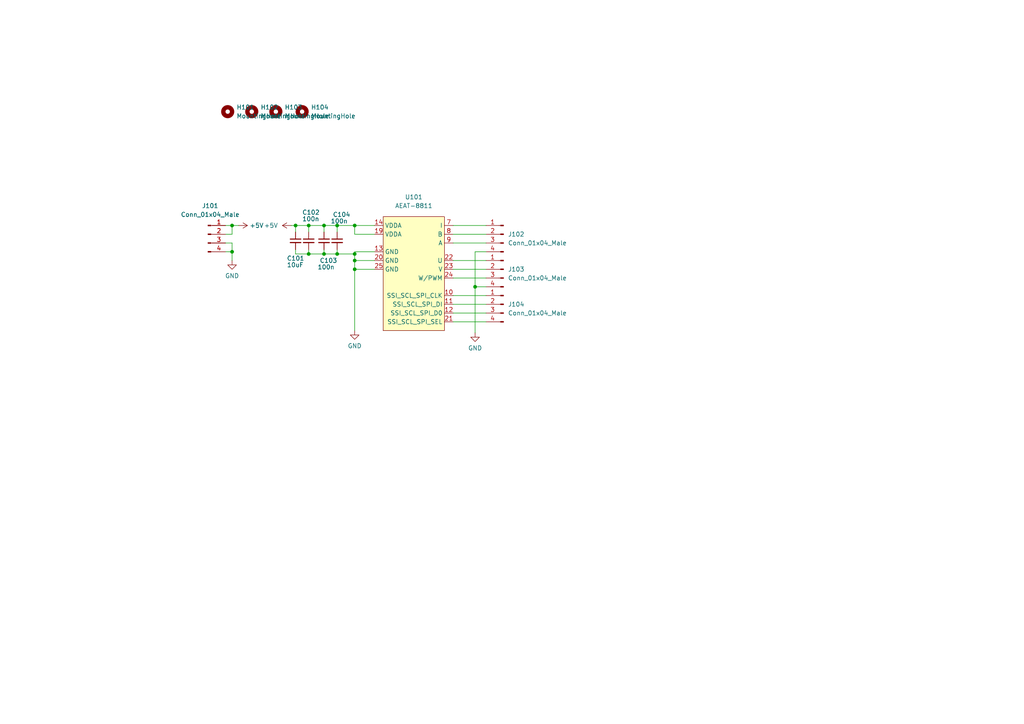
<source format=kicad_sch>
(kicad_sch (version 20211123) (generator eeschema)

  (uuid 3c338240-42eb-477b-b377-b25dd8dddf25)

  (paper "A4")

  (lib_symbols
    (symbol "Connector:Conn_01x04_Male" (pin_names (offset 1.016) hide) (in_bom yes) (on_board yes)
      (property "Reference" "J" (id 0) (at 0 5.08 0)
        (effects (font (size 1.27 1.27)))
      )
      (property "Value" "Conn_01x04_Male" (id 1) (at 0 -7.62 0)
        (effects (font (size 1.27 1.27)))
      )
      (property "Footprint" "" (id 2) (at 0 0 0)
        (effects (font (size 1.27 1.27)) hide)
      )
      (property "Datasheet" "~" (id 3) (at 0 0 0)
        (effects (font (size 1.27 1.27)) hide)
      )
      (property "ki_keywords" "connector" (id 4) (at 0 0 0)
        (effects (font (size 1.27 1.27)) hide)
      )
      (property "ki_description" "Generic connector, single row, 01x04, script generated (kicad-library-utils/schlib/autogen/connector/)" (id 5) (at 0 0 0)
        (effects (font (size 1.27 1.27)) hide)
      )
      (property "ki_fp_filters" "Connector*:*_1x??_*" (id 6) (at 0 0 0)
        (effects (font (size 1.27 1.27)) hide)
      )
      (symbol "Conn_01x04_Male_1_1"
        (polyline
          (pts
            (xy 1.27 -5.08)
            (xy 0.8636 -5.08)
          )
          (stroke (width 0.1524) (type default) (color 0 0 0 0))
          (fill (type none))
        )
        (polyline
          (pts
            (xy 1.27 -2.54)
            (xy 0.8636 -2.54)
          )
          (stroke (width 0.1524) (type default) (color 0 0 0 0))
          (fill (type none))
        )
        (polyline
          (pts
            (xy 1.27 0)
            (xy 0.8636 0)
          )
          (stroke (width 0.1524) (type default) (color 0 0 0 0))
          (fill (type none))
        )
        (polyline
          (pts
            (xy 1.27 2.54)
            (xy 0.8636 2.54)
          )
          (stroke (width 0.1524) (type default) (color 0 0 0 0))
          (fill (type none))
        )
        (rectangle (start 0.8636 -4.953) (end 0 -5.207)
          (stroke (width 0.1524) (type default) (color 0 0 0 0))
          (fill (type outline))
        )
        (rectangle (start 0.8636 -2.413) (end 0 -2.667)
          (stroke (width 0.1524) (type default) (color 0 0 0 0))
          (fill (type outline))
        )
        (rectangle (start 0.8636 0.127) (end 0 -0.127)
          (stroke (width 0.1524) (type default) (color 0 0 0 0))
          (fill (type outline))
        )
        (rectangle (start 0.8636 2.667) (end 0 2.413)
          (stroke (width 0.1524) (type default) (color 0 0 0 0))
          (fill (type outline))
        )
        (pin passive line (at 5.08 2.54 180) (length 3.81)
          (name "Pin_1" (effects (font (size 1.27 1.27))))
          (number "1" (effects (font (size 1.27 1.27))))
        )
        (pin passive line (at 5.08 0 180) (length 3.81)
          (name "Pin_2" (effects (font (size 1.27 1.27))))
          (number "2" (effects (font (size 1.27 1.27))))
        )
        (pin passive line (at 5.08 -2.54 180) (length 3.81)
          (name "Pin_3" (effects (font (size 1.27 1.27))))
          (number "3" (effects (font (size 1.27 1.27))))
        )
        (pin passive line (at 5.08 -5.08 180) (length 3.81)
          (name "Pin_4" (effects (font (size 1.27 1.27))))
          (number "4" (effects (font (size 1.27 1.27))))
        )
      )
    )
    (symbol "Device:C_Small" (pin_numbers hide) (pin_names (offset 0.254) hide) (in_bom yes) (on_board yes)
      (property "Reference" "C" (id 0) (at 0.254 1.778 0)
        (effects (font (size 1.27 1.27)) (justify left))
      )
      (property "Value" "C_Small" (id 1) (at 0.254 -2.032 0)
        (effects (font (size 1.27 1.27)) (justify left))
      )
      (property "Footprint" "" (id 2) (at 0 0 0)
        (effects (font (size 1.27 1.27)) hide)
      )
      (property "Datasheet" "~" (id 3) (at 0 0 0)
        (effects (font (size 1.27 1.27)) hide)
      )
      (property "ki_keywords" "capacitor cap" (id 4) (at 0 0 0)
        (effects (font (size 1.27 1.27)) hide)
      )
      (property "ki_description" "Unpolarized capacitor, small symbol" (id 5) (at 0 0 0)
        (effects (font (size 1.27 1.27)) hide)
      )
      (property "ki_fp_filters" "C_*" (id 6) (at 0 0 0)
        (effects (font (size 1.27 1.27)) hide)
      )
      (symbol "C_Small_0_1"
        (polyline
          (pts
            (xy -1.524 -0.508)
            (xy 1.524 -0.508)
          )
          (stroke (width 0.3302) (type default) (color 0 0 0 0))
          (fill (type none))
        )
        (polyline
          (pts
            (xy -1.524 0.508)
            (xy 1.524 0.508)
          )
          (stroke (width 0.3048) (type default) (color 0 0 0 0))
          (fill (type none))
        )
      )
      (symbol "C_Small_1_1"
        (pin passive line (at 0 2.54 270) (length 2.032)
          (name "~" (effects (font (size 1.27 1.27))))
          (number "1" (effects (font (size 1.27 1.27))))
        )
        (pin passive line (at 0 -2.54 90) (length 2.032)
          (name "~" (effects (font (size 1.27 1.27))))
          (number "2" (effects (font (size 1.27 1.27))))
        )
      )
    )
    (symbol "Galkin:AEAT-8811" (in_bom yes) (on_board yes)
      (property "Reference" "U" (id 0) (at 0 6.35 0)
        (effects (font (size 1.27 1.27)))
      )
      (property "Value" "AEAT-8811" (id 1) (at 1.27 3.81 0)
        (effects (font (size 1.27 1.27)))
      )
      (property "Footprint" "" (id 2) (at 20.32 -2.54 0)
        (effects (font (size 1.27 1.27)) hide)
      )
      (property "Datasheet" "" (id 3) (at 20.32 -2.54 0)
        (effects (font (size 1.27 1.27)) hide)
      )
      (symbol "AEAT-8811_0_0"
        (pin unspecified line (at 20.32 -22.86 180) (length 2.54)
          (name "SSI_SCL_SPI_CLK" (effects (font (size 1.27 1.27))))
          (number "10" (effects (font (size 1.27 1.27))))
        )
        (pin unspecified line (at 20.32 -25.4 180) (length 2.54)
          (name "SSI_SCL_SPI_DI" (effects (font (size 1.27 1.27))))
          (number "11" (effects (font (size 1.27 1.27))))
        )
        (pin unspecified line (at 20.32 -27.94 180) (length 2.54)
          (name "SSI_SCL_SPI_D0" (effects (font (size 1.27 1.27))))
          (number "12" (effects (font (size 1.27 1.27))))
        )
        (pin unspecified line (at -2.54 -10.16 0) (length 2.54)
          (name "GND" (effects (font (size 1.27 1.27))))
          (number "13" (effects (font (size 1.27 1.27))))
        )
        (pin unspecified line (at -2.54 -2.54 0) (length 2.54)
          (name "VDDA" (effects (font (size 1.27 1.27))))
          (number "14" (effects (font (size 1.27 1.27))))
        )
        (pin unspecified line (at -2.54 -5.08 0) (length 2.54)
          (name "VDDA" (effects (font (size 1.27 1.27))))
          (number "19" (effects (font (size 1.27 1.27))))
        )
        (pin unspecified line (at -2.54 -12.7 0) (length 2.54)
          (name "GND" (effects (font (size 1.27 1.27))))
          (number "20" (effects (font (size 1.27 1.27))))
        )
        (pin unspecified line (at 20.32 -30.48 180) (length 2.54)
          (name "SSI_SCL_SPI_SEL" (effects (font (size 1.27 1.27))))
          (number "21" (effects (font (size 1.27 1.27))))
        )
        (pin unspecified line (at 20.32 -12.7 180) (length 2.54)
          (name "U" (effects (font (size 1.27 1.27))))
          (number "22" (effects (font (size 1.27 1.27))))
        )
        (pin unspecified line (at 20.32 -15.24 180) (length 2.54)
          (name "V" (effects (font (size 1.27 1.27))))
          (number "23" (effects (font (size 1.27 1.27))))
        )
        (pin unspecified line (at 20.32 -17.78 180) (length 2.54)
          (name "W/PWM" (effects (font (size 1.27 1.27))))
          (number "24" (effects (font (size 1.27 1.27))))
        )
        (pin unspecified line (at -2.54 -15.24 0) (length 2.54)
          (name "GND" (effects (font (size 1.27 1.27))))
          (number "25" (effects (font (size 1.27 1.27))))
        )
        (pin unspecified line (at 20.32 -2.54 180) (length 2.54)
          (name "I" (effects (font (size 1.27 1.27))))
          (number "7" (effects (font (size 1.27 1.27))))
        )
        (pin unspecified line (at 20.32 -5.08 180) (length 2.54)
          (name "B" (effects (font (size 1.27 1.27))))
          (number "8" (effects (font (size 1.27 1.27))))
        )
        (pin unspecified line (at 20.32 -7.62 180) (length 2.54)
          (name "A" (effects (font (size 1.27 1.27))))
          (number "9" (effects (font (size 1.27 1.27))))
        )
      )
      (symbol "AEAT-8811_0_1"
        (rectangle (start 0 0) (end 17.78 -33.02)
          (stroke (width 0) (type default) (color 0 0 0 0))
          (fill (type background))
        )
      )
    )
    (symbol "Mechanical:MountingHole" (pin_names (offset 1.016)) (in_bom yes) (on_board yes)
      (property "Reference" "H" (id 0) (at 0 5.08 0)
        (effects (font (size 1.27 1.27)))
      )
      (property "Value" "MountingHole" (id 1) (at 0 3.175 0)
        (effects (font (size 1.27 1.27)))
      )
      (property "Footprint" "" (id 2) (at 0 0 0)
        (effects (font (size 1.27 1.27)) hide)
      )
      (property "Datasheet" "~" (id 3) (at 0 0 0)
        (effects (font (size 1.27 1.27)) hide)
      )
      (property "ki_keywords" "mounting hole" (id 4) (at 0 0 0)
        (effects (font (size 1.27 1.27)) hide)
      )
      (property "ki_description" "Mounting Hole without connection" (id 5) (at 0 0 0)
        (effects (font (size 1.27 1.27)) hide)
      )
      (property "ki_fp_filters" "MountingHole*" (id 6) (at 0 0 0)
        (effects (font (size 1.27 1.27)) hide)
      )
      (symbol "MountingHole_0_1"
        (circle (center 0 0) (radius 1.27)
          (stroke (width 1.27) (type default) (color 0 0 0 0))
          (fill (type none))
        )
      )
    )
    (symbol "power:+5V" (power) (pin_names (offset 0)) (in_bom yes) (on_board yes)
      (property "Reference" "#PWR" (id 0) (at 0 -3.81 0)
        (effects (font (size 1.27 1.27)) hide)
      )
      (property "Value" "+5V" (id 1) (at 0 3.556 0)
        (effects (font (size 1.27 1.27)))
      )
      (property "Footprint" "" (id 2) (at 0 0 0)
        (effects (font (size 1.27 1.27)) hide)
      )
      (property "Datasheet" "" (id 3) (at 0 0 0)
        (effects (font (size 1.27 1.27)) hide)
      )
      (property "ki_keywords" "power-flag" (id 4) (at 0 0 0)
        (effects (font (size 1.27 1.27)) hide)
      )
      (property "ki_description" "Power symbol creates a global label with name \"+5V\"" (id 5) (at 0 0 0)
        (effects (font (size 1.27 1.27)) hide)
      )
      (symbol "+5V_0_1"
        (polyline
          (pts
            (xy -0.762 1.27)
            (xy 0 2.54)
          )
          (stroke (width 0) (type default) (color 0 0 0 0))
          (fill (type none))
        )
        (polyline
          (pts
            (xy 0 0)
            (xy 0 2.54)
          )
          (stroke (width 0) (type default) (color 0 0 0 0))
          (fill (type none))
        )
        (polyline
          (pts
            (xy 0 2.54)
            (xy 0.762 1.27)
          )
          (stroke (width 0) (type default) (color 0 0 0 0))
          (fill (type none))
        )
      )
      (symbol "+5V_1_1"
        (pin power_in line (at 0 0 90) (length 0) hide
          (name "+5V" (effects (font (size 1.27 1.27))))
          (number "1" (effects (font (size 1.27 1.27))))
        )
      )
    )
    (symbol "power:GND" (power) (pin_names (offset 0)) (in_bom yes) (on_board yes)
      (property "Reference" "#PWR" (id 0) (at 0 -6.35 0)
        (effects (font (size 1.27 1.27)) hide)
      )
      (property "Value" "GND" (id 1) (at 0 -3.81 0)
        (effects (font (size 1.27 1.27)))
      )
      (property "Footprint" "" (id 2) (at 0 0 0)
        (effects (font (size 1.27 1.27)) hide)
      )
      (property "Datasheet" "" (id 3) (at 0 0 0)
        (effects (font (size 1.27 1.27)) hide)
      )
      (property "ki_keywords" "power-flag" (id 4) (at 0 0 0)
        (effects (font (size 1.27 1.27)) hide)
      )
      (property "ki_description" "Power symbol creates a global label with name \"GND\" , ground" (id 5) (at 0 0 0)
        (effects (font (size 1.27 1.27)) hide)
      )
      (symbol "GND_0_1"
        (polyline
          (pts
            (xy 0 0)
            (xy 0 -1.27)
            (xy 1.27 -1.27)
            (xy 0 -2.54)
            (xy -1.27 -1.27)
            (xy 0 -1.27)
          )
          (stroke (width 0) (type default) (color 0 0 0 0))
          (fill (type none))
        )
      )
      (symbol "GND_1_1"
        (pin power_in line (at 0 0 270) (length 0) hide
          (name "GND" (effects (font (size 1.27 1.27))))
          (number "1" (effects (font (size 1.27 1.27))))
        )
      )
    )
  )

  (junction (at 97.79 65.405) (diameter 0) (color 0 0 0 0)
    (uuid 03c7d846-cd64-4474-ba04-2100e4b19ff0)
  )
  (junction (at 137.795 83.185) (diameter 0) (color 0 0 0 0)
    (uuid 136bb65a-f29c-49b7-8883-d94b19f5af47)
  )
  (junction (at 102.87 65.405) (diameter 0) (color 0 0 0 0)
    (uuid 2d5dc0a5-05ab-4ee3-998c-149db7f4a591)
  )
  (junction (at 89.535 65.405) (diameter 0) (color 0 0 0 0)
    (uuid 45069d55-524a-4a1c-901e-1ed240fde6b5)
  )
  (junction (at 67.31 73.025) (diameter 0) (color 0 0 0 0)
    (uuid 5b840d5c-d593-403e-addb-4df6c0461342)
  )
  (junction (at 102.87 78.105) (diameter 0) (color 0 0 0 0)
    (uuid 6a9c76a2-07cb-4f28-b55e-dbcbb4a2f478)
  )
  (junction (at 97.79 73.66) (diameter 0) (color 0 0 0 0)
    (uuid 75770721-7012-4b25-a1be-9449c6de0c9d)
  )
  (junction (at 85.725 65.405) (diameter 0) (color 0 0 0 0)
    (uuid 8b4ef270-2834-4463-ad63-9a91b098dedf)
  )
  (junction (at 93.98 73.66) (diameter 0) (color 0 0 0 0)
    (uuid 9c60441f-e1ec-4b6a-97a0-dbbe7d3559a8)
  )
  (junction (at 67.31 65.405) (diameter 0) (color 0 0 0 0)
    (uuid e0cecfda-f7c0-45f5-bd0d-386e635fd8b5)
  )
  (junction (at 93.98 65.405) (diameter 0) (color 0 0 0 0)
    (uuid ef52a9b1-6c37-43f9-853c-d76c4460713f)
  )
  (junction (at 102.87 75.565) (diameter 0) (color 0 0 0 0)
    (uuid f5b91f66-54d8-4def-85ee-b71385381d9f)
  )
  (junction (at 89.535 73.66) (diameter 0) (color 0 0 0 0)
    (uuid f6bc561e-2646-4cac-8b5f-96de2ea4fe84)
  )
  (junction (at 102.87 73.66) (diameter 0) (color 0 0 0 0)
    (uuid fb119ea7-56bf-42c4-8078-626a329d1ad5)
  )

  (wire (pts (xy 67.31 65.405) (xy 67.31 67.945))
    (stroke (width 0) (type default) (color 0 0 0 0))
    (uuid 0c9a34f9-9ea6-4739-8090-5ffb46df6ea2)
  )
  (wire (pts (xy 131.445 67.945) (xy 140.97 67.945))
    (stroke (width 0) (type default) (color 0 0 0 0))
    (uuid 11222e55-c072-4df4-ad55-9845c1908f78)
  )
  (wire (pts (xy 102.87 78.105) (xy 108.585 78.105))
    (stroke (width 0) (type default) (color 0 0 0 0))
    (uuid 1c4230e1-4222-460c-b1af-a47db48a21ff)
  )
  (wire (pts (xy 102.87 67.945) (xy 102.87 65.405))
    (stroke (width 0) (type default) (color 0 0 0 0))
    (uuid 377a3907-55a4-446a-a841-9c15ab257302)
  )
  (wire (pts (xy 131.445 85.725) (xy 140.97 85.725))
    (stroke (width 0) (type default) (color 0 0 0 0))
    (uuid 3cfdb731-e2fe-42fd-ad6d-eef4d3eeb8f5)
  )
  (wire (pts (xy 102.87 73.66) (xy 102.87 75.565))
    (stroke (width 0) (type default) (color 0 0 0 0))
    (uuid 407491c9-0ef7-4e38-a418-50fdb4f4272f)
  )
  (wire (pts (xy 131.445 70.485) (xy 140.97 70.485))
    (stroke (width 0) (type default) (color 0 0 0 0))
    (uuid 40eaa5b2-50a8-4f62-a917-2a7699f0ce1f)
  )
  (wire (pts (xy 108.585 67.945) (xy 102.87 67.945))
    (stroke (width 0) (type default) (color 0 0 0 0))
    (uuid 433821d3-5161-4d88-82a8-9185385ad089)
  )
  (wire (pts (xy 97.79 72.39) (xy 97.79 73.66))
    (stroke (width 0) (type default) (color 0 0 0 0))
    (uuid 4aaca796-f24a-4050-bea5-b7a791d3037a)
  )
  (wire (pts (xy 89.535 65.405) (xy 93.98 65.405))
    (stroke (width 0) (type default) (color 0 0 0 0))
    (uuid 4e8b2ca9-36de-4be8-8f14-5d9d99ae3c45)
  )
  (wire (pts (xy 102.87 75.565) (xy 108.585 75.565))
    (stroke (width 0) (type default) (color 0 0 0 0))
    (uuid 51bc2fc5-10a5-4017-80b5-78800c92e8fe)
  )
  (wire (pts (xy 89.535 65.405) (xy 89.535 67.31))
    (stroke (width 0) (type default) (color 0 0 0 0))
    (uuid 58a5e6e7-7b60-42dc-9c33-41509475a420)
  )
  (wire (pts (xy 102.87 73.025) (xy 102.87 73.66))
    (stroke (width 0) (type default) (color 0 0 0 0))
    (uuid 5c845dba-694b-47ef-a0e9-4cf899cdb982)
  )
  (wire (pts (xy 102.87 75.565) (xy 102.87 78.105))
    (stroke (width 0) (type default) (color 0 0 0 0))
    (uuid 65727c50-e29d-4a9d-a9b5-69145b853c40)
  )
  (wire (pts (xy 85.725 65.405) (xy 89.535 65.405))
    (stroke (width 0) (type default) (color 0 0 0 0))
    (uuid 65bc6aa3-5959-42d1-b5dd-3e4c7694c188)
  )
  (wire (pts (xy 131.445 90.805) (xy 140.97 90.805))
    (stroke (width 0) (type default) (color 0 0 0 0))
    (uuid 661512e2-bd60-4f83-ab0c-41276edc68e7)
  )
  (wire (pts (xy 67.31 73.025) (xy 67.31 75.565))
    (stroke (width 0) (type default) (color 0 0 0 0))
    (uuid 6b9bf4f3-0552-4363-b264-8f0e11b6cb74)
  )
  (wire (pts (xy 131.445 80.645) (xy 140.97 80.645))
    (stroke (width 0) (type default) (color 0 0 0 0))
    (uuid 6d1b09fe-52aa-4c0b-bb73-c149d52adec6)
  )
  (wire (pts (xy 97.79 65.405) (xy 97.79 67.31))
    (stroke (width 0) (type default) (color 0 0 0 0))
    (uuid 6f6c196f-f008-459d-b1ac-5e05c3e8149f)
  )
  (wire (pts (xy 108.585 73.025) (xy 102.87 73.025))
    (stroke (width 0) (type default) (color 0 0 0 0))
    (uuid 71f709a5-658f-4796-8992-c93613e90966)
  )
  (wire (pts (xy 89.535 73.66) (xy 93.98 73.66))
    (stroke (width 0) (type default) (color 0 0 0 0))
    (uuid 75883b51-cea2-4593-83c8-de1627beec0d)
  )
  (wire (pts (xy 67.31 67.945) (xy 65.405 67.945))
    (stroke (width 0) (type default) (color 0 0 0 0))
    (uuid 7b732c97-79b3-478a-9ebf-bbb73a8dd1b3)
  )
  (wire (pts (xy 131.445 65.405) (xy 140.97 65.405))
    (stroke (width 0) (type default) (color 0 0 0 0))
    (uuid 7b873ba7-c642-4822-80e2-650e678df4ab)
  )
  (wire (pts (xy 137.795 73.025) (xy 137.795 83.185))
    (stroke (width 0) (type default) (color 0 0 0 0))
    (uuid 7bf8dd50-0bad-4587-ab5b-6d0c79b7a8a7)
  )
  (wire (pts (xy 102.87 78.105) (xy 102.87 95.885))
    (stroke (width 0) (type default) (color 0 0 0 0))
    (uuid 7c3463a6-aaf0-4dc4-87c4-a53d264ba0c3)
  )
  (wire (pts (xy 97.79 73.66) (xy 102.87 73.66))
    (stroke (width 0) (type default) (color 0 0 0 0))
    (uuid 7de007dc-a78a-485f-9875-389415374066)
  )
  (wire (pts (xy 131.445 75.565) (xy 140.97 75.565))
    (stroke (width 0) (type default) (color 0 0 0 0))
    (uuid 80a183e5-8f7f-4c04-a754-b31e184109d7)
  )
  (wire (pts (xy 85.725 73.66) (xy 85.725 72.39))
    (stroke (width 0) (type default) (color 0 0 0 0))
    (uuid 87cc3f8f-e154-4dd7-a83f-2c1a399232f7)
  )
  (wire (pts (xy 131.445 93.345) (xy 140.97 93.345))
    (stroke (width 0) (type default) (color 0 0 0 0))
    (uuid 8a4827bd-fac9-430b-8e9c-749e90a49f60)
  )
  (wire (pts (xy 93.98 72.39) (xy 93.98 73.66))
    (stroke (width 0) (type default) (color 0 0 0 0))
    (uuid 8c922e4b-dce3-448a-8c3a-13df3404fbb6)
  )
  (wire (pts (xy 131.445 78.105) (xy 140.97 78.105))
    (stroke (width 0) (type default) (color 0 0 0 0))
    (uuid 952ff1af-3cf2-4bcc-a38f-f183a9529e77)
  )
  (wire (pts (xy 65.405 70.485) (xy 67.31 70.485))
    (stroke (width 0) (type default) (color 0 0 0 0))
    (uuid 97c4d7aa-648c-468c-8cdc-cbc38f894f14)
  )
  (wire (pts (xy 89.535 73.66) (xy 85.725 73.66))
    (stroke (width 0) (type default) (color 0 0 0 0))
    (uuid 988c5338-95ce-49b2-99cc-49d78a807871)
  )
  (wire (pts (xy 67.31 70.485) (xy 67.31 73.025))
    (stroke (width 0) (type default) (color 0 0 0 0))
    (uuid a668ffc4-5bcb-43a4-adc3-cb2c95ea12d6)
  )
  (wire (pts (xy 137.795 83.185) (xy 140.97 83.185))
    (stroke (width 0) (type default) (color 0 0 0 0))
    (uuid b21000b5-020f-478e-b6b0-73e06ac405be)
  )
  (wire (pts (xy 67.31 65.405) (xy 69.215 65.405))
    (stroke (width 0) (type default) (color 0 0 0 0))
    (uuid b2a1ded6-2395-4acc-9881-783d40e3fa8b)
  )
  (wire (pts (xy 65.405 65.405) (xy 67.31 65.405))
    (stroke (width 0) (type default) (color 0 0 0 0))
    (uuid b5cc38a5-0eea-4b03-90e6-16cf4568aba0)
  )
  (wire (pts (xy 137.795 83.185) (xy 137.795 96.52))
    (stroke (width 0) (type default) (color 0 0 0 0))
    (uuid bab21648-dab4-4c90-aa11-868eb58214d7)
  )
  (wire (pts (xy 89.535 72.39) (xy 89.535 73.66))
    (stroke (width 0) (type default) (color 0 0 0 0))
    (uuid c53c35af-353c-44cb-9f72-9cdd238d576c)
  )
  (wire (pts (xy 102.87 65.405) (xy 108.585 65.405))
    (stroke (width 0) (type default) (color 0 0 0 0))
    (uuid c772e24f-41c7-4349-a130-848f13309e73)
  )
  (wire (pts (xy 85.725 67.31) (xy 85.725 65.405))
    (stroke (width 0) (type default) (color 0 0 0 0))
    (uuid c8b5fe58-8200-405d-9ccb-71a2212c65fe)
  )
  (wire (pts (xy 93.98 73.66) (xy 97.79 73.66))
    (stroke (width 0) (type default) (color 0 0 0 0))
    (uuid caff6629-20f0-41d0-a109-15e3d8904da6)
  )
  (wire (pts (xy 97.79 65.405) (xy 102.87 65.405))
    (stroke (width 0) (type default) (color 0 0 0 0))
    (uuid cd1f99d0-64fd-4826-bb4d-de1065e8977d)
  )
  (wire (pts (xy 131.445 88.265) (xy 140.97 88.265))
    (stroke (width 0) (type default) (color 0 0 0 0))
    (uuid d81f3d82-01e8-4fa6-a3d5-5aaf73aed251)
  )
  (wire (pts (xy 67.31 73.025) (xy 65.405 73.025))
    (stroke (width 0) (type default) (color 0 0 0 0))
    (uuid d949f1d8-e456-47e9-a78d-88d57f13975a)
  )
  (wire (pts (xy 140.97 73.025) (xy 137.795 73.025))
    (stroke (width 0) (type default) (color 0 0 0 0))
    (uuid db6bf287-67eb-4990-9b34-5724cdb2f760)
  )
  (wire (pts (xy 93.98 65.405) (xy 97.79 65.405))
    (stroke (width 0) (type default) (color 0 0 0 0))
    (uuid e3ae5361-f2fa-4b20-b676-b7accc6c0aa2)
  )
  (wire (pts (xy 93.98 65.405) (xy 93.98 67.31))
    (stroke (width 0) (type default) (color 0 0 0 0))
    (uuid e8c54a4e-02c0-4237-963f-1f807a0fa3c9)
  )
  (wire (pts (xy 84.455 65.405) (xy 85.725 65.405))
    (stroke (width 0) (type default) (color 0 0 0 0))
    (uuid f28bada3-0015-4901-bfe0-14b89dccf558)
  )

  (symbol (lib_id "Device:C_Small") (at 97.79 69.85 0) (unit 1)
    (in_bom yes) (on_board yes)
    (uuid 052240ea-11b1-40ee-bcfc-deeda13a5c1f)
    (property "Reference" "C104" (id 0) (at 96.52 62.23 0)
      (effects (font (size 1.27 1.27)) (justify left))
    )
    (property "Value" "100n" (id 1) (at 95.885 64.135 0)
      (effects (font (size 1.27 1.27)) (justify left))
    )
    (property "Footprint" "Capacitor_SMD:C_0603_1608Metric" (id 2) (at 97.79 69.85 0)
      (effects (font (size 1.27 1.27)) hide)
    )
    (property "Datasheet" "~" (id 3) (at 97.79 69.85 0)
      (effects (font (size 1.27 1.27)) hide)
    )
    (pin "1" (uuid 692aa324-00b2-43d6-9259-73f3d525d19d))
    (pin "2" (uuid 906a6610-e322-4667-97c6-8a58d068ede3))
  )

  (symbol (lib_id "Connector:Conn_01x04_Male") (at 146.05 88.265 0) (mirror y) (unit 1)
    (in_bom yes) (on_board yes) (fields_autoplaced)
    (uuid 0a6674db-c61b-4117-8000-fd5d0f363a79)
    (property "Reference" "J104" (id 0) (at 147.32 88.2649 0)
      (effects (font (size 1.27 1.27)) (justify right))
    )
    (property "Value" "Conn_01x04_Male" (id 1) (at 147.32 90.8049 0)
      (effects (font (size 1.27 1.27)) (justify right))
    )
    (property "Footprint" "Connector_PinHeader_2.54mm:PinHeader_1x04_P2.54mm_Vertical" (id 2) (at 146.05 88.265 0)
      (effects (font (size 1.27 1.27)) hide)
    )
    (property "Datasheet" "~" (id 3) (at 146.05 88.265 0)
      (effects (font (size 1.27 1.27)) hide)
    )
    (pin "1" (uuid 09c47d20-2e20-45d8-868b-99a158635d86))
    (pin "2" (uuid 1227fc07-432c-4f1f-8d27-cb7cfa5e7622))
    (pin "3" (uuid a24fdcb6-aa1f-482b-9eaa-4f7761668088))
    (pin "4" (uuid 2a8a103c-8ad2-4932-afbd-881d18212c46))
  )

  (symbol (lib_id "Connector:Conn_01x04_Male") (at 146.05 67.945 0) (mirror y) (unit 1)
    (in_bom yes) (on_board yes) (fields_autoplaced)
    (uuid 255a284f-96b2-4af5-b579-83e71d1ae955)
    (property "Reference" "J102" (id 0) (at 147.32 67.9449 0)
      (effects (font (size 1.27 1.27)) (justify right))
    )
    (property "Value" "Conn_01x04_Male" (id 1) (at 147.32 70.4849 0)
      (effects (font (size 1.27 1.27)) (justify right))
    )
    (property "Footprint" "Connector_PinHeader_2.54mm:PinHeader_1x04_P2.54mm_Vertical" (id 2) (at 146.05 67.945 0)
      (effects (font (size 1.27 1.27)) hide)
    )
    (property "Datasheet" "~" (id 3) (at 146.05 67.945 0)
      (effects (font (size 1.27 1.27)) hide)
    )
    (pin "1" (uuid 6b2d12bb-25d1-456f-a28e-3417d5dc3411))
    (pin "2" (uuid 40b1715c-6ce2-4bc5-b1f6-bcd8a35d27f6))
    (pin "3" (uuid 5907e84a-029a-4f35-846c-728ed75a685c))
    (pin "4" (uuid 9e609743-ec24-4d78-a9e4-51666d2634fc))
  )

  (symbol (lib_id "Connector:Conn_01x04_Male") (at 146.05 78.105 0) (mirror y) (unit 1)
    (in_bom yes) (on_board yes) (fields_autoplaced)
    (uuid 512813cb-4872-40f9-ba83-099aeefacb45)
    (property "Reference" "J103" (id 0) (at 147.32 78.1049 0)
      (effects (font (size 1.27 1.27)) (justify right))
    )
    (property "Value" "Conn_01x04_Male" (id 1) (at 147.32 80.6449 0)
      (effects (font (size 1.27 1.27)) (justify right))
    )
    (property "Footprint" "Connector_PinHeader_2.54mm:PinHeader_1x04_P2.54mm_Vertical" (id 2) (at 146.05 78.105 0)
      (effects (font (size 1.27 1.27)) hide)
    )
    (property "Datasheet" "~" (id 3) (at 146.05 78.105 0)
      (effects (font (size 1.27 1.27)) hide)
    )
    (pin "1" (uuid 803bf307-3326-4d7e-9159-fd138d804ece))
    (pin "2" (uuid d113690c-cbf4-4def-847a-c716f7bec3a6))
    (pin "3" (uuid 8d877526-fcf6-4798-bc31-03d3421fb3cb))
    (pin "4" (uuid e6463fed-a28a-4d48-b025-8f255fcdfaa9))
  )

  (symbol (lib_id "Mechanical:MountingHole") (at 73.025 32.385 0) (unit 1)
    (in_bom yes) (on_board yes) (fields_autoplaced)
    (uuid 79674dc5-dcf8-4684-baf8-5a84979bcb9f)
    (property "Reference" "H102" (id 0) (at 75.565 31.1149 0)
      (effects (font (size 1.27 1.27)) (justify left))
    )
    (property "Value" "MountingHole" (id 1) (at 75.565 33.6549 0)
      (effects (font (size 1.27 1.27)) (justify left))
    )
    (property "Footprint" "MountingHole:MountingHole_2.5mm" (id 2) (at 73.025 32.385 0)
      (effects (font (size 1.27 1.27)) hide)
    )
    (property "Datasheet" "~" (id 3) (at 73.025 32.385 0)
      (effects (font (size 1.27 1.27)) hide)
    )
  )

  (symbol (lib_id "Mechanical:MountingHole") (at 87.63 32.385 0) (unit 1)
    (in_bom yes) (on_board yes) (fields_autoplaced)
    (uuid 882d3c44-35c7-40eb-b7e2-721551f4a345)
    (property "Reference" "H104" (id 0) (at 90.17 31.1149 0)
      (effects (font (size 1.27 1.27)) (justify left))
    )
    (property "Value" "MountingHole" (id 1) (at 90.17 33.6549 0)
      (effects (font (size 1.27 1.27)) (justify left))
    )
    (property "Footprint" "MountingHole:MountingHole_2.5mm" (id 2) (at 87.63 32.385 0)
      (effects (font (size 1.27 1.27)) hide)
    )
    (property "Datasheet" "~" (id 3) (at 87.63 32.385 0)
      (effects (font (size 1.27 1.27)) hide)
    )
  )

  (symbol (lib_id "power:+5V") (at 69.215 65.405 270) (unit 1)
    (in_bom yes) (on_board yes) (fields_autoplaced)
    (uuid 888c5af0-72ab-46e4-b428-0cb73e1b76ac)
    (property "Reference" "#PWR0102" (id 0) (at 65.405 65.405 0)
      (effects (font (size 1.27 1.27)) hide)
    )
    (property "Value" "+5V" (id 1) (at 72.39 65.4049 90)
      (effects (font (size 1.27 1.27)) (justify left))
    )
    (property "Footprint" "" (id 2) (at 69.215 65.405 0)
      (effects (font (size 1.27 1.27)) hide)
    )
    (property "Datasheet" "" (id 3) (at 69.215 65.405 0)
      (effects (font (size 1.27 1.27)) hide)
    )
    (pin "1" (uuid dc22b9c0-3817-49bf-bbae-56281e78cfc8))
  )

  (symbol (lib_id "Galkin:AEAT-8811") (at 111.125 62.865 0) (unit 1)
    (in_bom yes) (on_board yes) (fields_autoplaced)
    (uuid 8962fa82-ec72-43d0-8470-0a254cf75d07)
    (property "Reference" "U101" (id 0) (at 120.015 57.15 0))
    (property "Value" "AEAT-8811" (id 1) (at 120.015 59.69 0))
    (property "Footprint" "Package_DFN_QFN:QFN-24-1EP_5x5mm_P0.65mm_EP3.4x3.4mm" (id 2) (at 131.445 65.405 0)
      (effects (font (size 1.27 1.27)) hide)
    )
    (property "Datasheet" "" (id 3) (at 131.445 65.405 0)
      (effects (font (size 1.27 1.27)) hide)
    )
    (pin "10" (uuid fda8b7ce-eb68-4979-9b91-f9ea252ad433))
    (pin "11" (uuid d210f4ef-d0c4-49f5-8c16-24aa1a977563))
    (pin "12" (uuid 34013a7b-31c2-44b8-9fab-48805c9e9a4e))
    (pin "13" (uuid 8b43c592-ad18-4f44-953f-c5814e5c0125))
    (pin "14" (uuid 4b37bb78-bd4d-4cf5-8605-21a2e63dcf4e))
    (pin "19" (uuid d5af1d15-1fd9-446e-8bb7-5e037905b944))
    (pin "20" (uuid 0245b023-8f07-4c15-91a7-059c903f612e))
    (pin "21" (uuid a3a26ce2-fb55-42d7-a229-48d430fb0e07))
    (pin "22" (uuid 6c439a36-021d-49c9-a982-498d7d8aa7d7))
    (pin "23" (uuid 57827f4c-5e6b-4ba5-a174-56219c1c00f2))
    (pin "24" (uuid 390df2d2-0876-4ee2-991a-439b14823d1e))
    (pin "25" (uuid c787f5e8-b265-4134-a9bc-3e928e215727))
    (pin "7" (uuid 8820fd4d-6f03-46d9-87fd-f72eda86fb10))
    (pin "8" (uuid 8dbe6836-5ed2-4222-8719-48b4a62c3db2))
    (pin "9" (uuid 36706c2e-2f8c-4b49-a0d1-4548c5321431))
  )

  (symbol (lib_id "power:GND") (at 67.31 75.565 0) (unit 1)
    (in_bom yes) (on_board yes) (fields_autoplaced)
    (uuid 8da3c283-7504-436f-a66b-00aa71be12e2)
    (property "Reference" "#PWR0101" (id 0) (at 67.31 81.915 0)
      (effects (font (size 1.27 1.27)) hide)
    )
    (property "Value" "GND" (id 1) (at 67.31 80.01 0))
    (property "Footprint" "" (id 2) (at 67.31 75.565 0)
      (effects (font (size 1.27 1.27)) hide)
    )
    (property "Datasheet" "" (id 3) (at 67.31 75.565 0)
      (effects (font (size 1.27 1.27)) hide)
    )
    (pin "1" (uuid 6d388100-e22f-4305-ad76-769e9daa7c5c))
  )

  (symbol (lib_id "power:GND") (at 102.87 95.885 0) (unit 1)
    (in_bom yes) (on_board yes) (fields_autoplaced)
    (uuid 8dd41c52-ecef-4e7f-a57c-825ef2da5bd5)
    (property "Reference" "#PWR0104" (id 0) (at 102.87 102.235 0)
      (effects (font (size 1.27 1.27)) hide)
    )
    (property "Value" "GND" (id 1) (at 102.87 100.33 0))
    (property "Footprint" "" (id 2) (at 102.87 95.885 0)
      (effects (font (size 1.27 1.27)) hide)
    )
    (property "Datasheet" "" (id 3) (at 102.87 95.885 0)
      (effects (font (size 1.27 1.27)) hide)
    )
    (pin "1" (uuid f2a26990-2294-441a-902b-71f229dbb4a2))
  )

  (symbol (lib_id "Connector:Conn_01x04_Male") (at 60.325 67.945 0) (unit 1)
    (in_bom yes) (on_board yes) (fields_autoplaced)
    (uuid a8ef24b7-89a7-481c-bd8a-2142da2d9335)
    (property "Reference" "J101" (id 0) (at 60.96 59.69 0))
    (property "Value" "Conn_01x04_Male" (id 1) (at 60.96 62.23 0))
    (property "Footprint" "Connector_PinHeader_2.54mm:PinHeader_1x04_P2.54mm_Vertical" (id 2) (at 60.325 67.945 0)
      (effects (font (size 1.27 1.27)) hide)
    )
    (property "Datasheet" "~" (id 3) (at 60.325 67.945 0)
      (effects (font (size 1.27 1.27)) hide)
    )
    (pin "1" (uuid d758e3b8-1706-4ca0-9a36-d17c96ea57d3))
    (pin "2" (uuid db8e2de2-730f-4b17-bbed-6d8a925cc1d4))
    (pin "3" (uuid 83f6a2c2-4bf0-432a-8232-9b949f76d1e6))
    (pin "4" (uuid a1ceffc8-4ffc-4a3a-a665-aeb7588839d0))
  )

  (symbol (lib_id "Mechanical:MountingHole") (at 66.04 32.385 0) (unit 1)
    (in_bom yes) (on_board yes) (fields_autoplaced)
    (uuid af2d3783-78d0-4068-b211-4f6c71c0d5fe)
    (property "Reference" "H101" (id 0) (at 68.58 31.1149 0)
      (effects (font (size 1.27 1.27)) (justify left))
    )
    (property "Value" "MountingHole" (id 1) (at 68.58 33.6549 0)
      (effects (font (size 1.27 1.27)) (justify left))
    )
    (property "Footprint" "MountingHole:MountingHole_2.5mm" (id 2) (at 66.04 32.385 0)
      (effects (font (size 1.27 1.27)) hide)
    )
    (property "Datasheet" "~" (id 3) (at 66.04 32.385 0)
      (effects (font (size 1.27 1.27)) hide)
    )
  )

  (symbol (lib_id "power:GND") (at 137.795 96.52 0) (unit 1)
    (in_bom yes) (on_board yes) (fields_autoplaced)
    (uuid bebb0871-01f9-4043-8093-b7fad75a164d)
    (property "Reference" "#PWR0105" (id 0) (at 137.795 102.87 0)
      (effects (font (size 1.27 1.27)) hide)
    )
    (property "Value" "GND" (id 1) (at 137.795 100.965 0))
    (property "Footprint" "" (id 2) (at 137.795 96.52 0)
      (effects (font (size 1.27 1.27)) hide)
    )
    (property "Datasheet" "" (id 3) (at 137.795 96.52 0)
      (effects (font (size 1.27 1.27)) hide)
    )
    (pin "1" (uuid 2ee25737-a557-4e3e-9f14-1229df3eb650))
  )

  (symbol (lib_id "power:+5V") (at 84.455 65.405 90) (unit 1)
    (in_bom yes) (on_board yes) (fields_autoplaced)
    (uuid c86ccb9d-0d35-4d0a-9615-6ea69a503a13)
    (property "Reference" "#PWR0103" (id 0) (at 88.265 65.405 0)
      (effects (font (size 1.27 1.27)) hide)
    )
    (property "Value" "+5V" (id 1) (at 80.645 65.4049 90)
      (effects (font (size 1.27 1.27)) (justify left))
    )
    (property "Footprint" "" (id 2) (at 84.455 65.405 0)
      (effects (font (size 1.27 1.27)) hide)
    )
    (property "Datasheet" "" (id 3) (at 84.455 65.405 0)
      (effects (font (size 1.27 1.27)) hide)
    )
    (pin "1" (uuid 09f7a3b5-f5bd-4f1c-985e-1aa2d299b783))
  )

  (symbol (lib_id "Device:C_Small") (at 89.535 69.85 0) (unit 1)
    (in_bom yes) (on_board yes)
    (uuid dd3ddec3-87ba-409f-9230-5f4abb177554)
    (property "Reference" "C102" (id 0) (at 87.63 61.595 0)
      (effects (font (size 1.27 1.27)) (justify left))
    )
    (property "Value" "100n" (id 1) (at 87.63 63.5 0)
      (effects (font (size 1.27 1.27)) (justify left))
    )
    (property "Footprint" "Capacitor_SMD:C_0805_2012Metric" (id 2) (at 89.535 69.85 0)
      (effects (font (size 1.27 1.27)) hide)
    )
    (property "Datasheet" "~" (id 3) (at 89.535 69.85 0)
      (effects (font (size 1.27 1.27)) hide)
    )
    (pin "1" (uuid f063ebc2-cb19-4d7c-950b-3c3d9765e0b1))
    (pin "2" (uuid e468fcd0-c489-4090-a9ca-1e936c6481cb))
  )

  (symbol (lib_id "Device:C_Small") (at 85.725 69.85 0) (unit 1)
    (in_bom yes) (on_board yes)
    (uuid e0f28265-d68f-48e7-bff8-3999ee42f103)
    (property "Reference" "C101" (id 0) (at 83.185 74.93 0)
      (effects (font (size 1.27 1.27)) (justify left))
    )
    (property "Value" "10uF" (id 1) (at 83.185 76.835 0)
      (effects (font (size 1.27 1.27)) (justify left))
    )
    (property "Footprint" "Capacitor_SMD:C_1210_3225Metric" (id 2) (at 85.725 69.85 0)
      (effects (font (size 1.27 1.27)) hide)
    )
    (property "Datasheet" "~" (id 3) (at 85.725 69.85 0)
      (effects (font (size 1.27 1.27)) hide)
    )
    (pin "1" (uuid 7062ad09-4212-421a-83ce-cb67bbb105e2))
    (pin "2" (uuid 8d92a9ff-c9d8-4bad-8e7b-da48c4631bae))
  )

  (symbol (lib_id "Mechanical:MountingHole") (at 80.01 32.385 0) (unit 1)
    (in_bom yes) (on_board yes) (fields_autoplaced)
    (uuid f33c8d7a-7c9f-4269-ac30-f7b12fa4a539)
    (property "Reference" "H103" (id 0) (at 82.55 31.1149 0)
      (effects (font (size 1.27 1.27)) (justify left))
    )
    (property "Value" "MountingHole" (id 1) (at 82.55 33.6549 0)
      (effects (font (size 1.27 1.27)) (justify left))
    )
    (property "Footprint" "MountingHole:MountingHole_2.5mm" (id 2) (at 80.01 32.385 0)
      (effects (font (size 1.27 1.27)) hide)
    )
    (property "Datasheet" "~" (id 3) (at 80.01 32.385 0)
      (effects (font (size 1.27 1.27)) hide)
    )
  )

  (symbol (lib_id "Device:C_Small") (at 93.98 69.85 0) (unit 1)
    (in_bom yes) (on_board yes)
    (uuid f8b0136b-1512-4612-98fc-e8eab533aa00)
    (property "Reference" "C103" (id 0) (at 92.71 75.565 0)
      (effects (font (size 1.27 1.27)) (justify left))
    )
    (property "Value" "100n" (id 1) (at 92.075 77.47 0)
      (effects (font (size 1.27 1.27)) (justify left))
    )
    (property "Footprint" "Capacitor_SMD:C_0603_1608Metric" (id 2) (at 93.98 69.85 0)
      (effects (font (size 1.27 1.27)) hide)
    )
    (property "Datasheet" "~" (id 3) (at 93.98 69.85 0)
      (effects (font (size 1.27 1.27)) hide)
    )
    (pin "1" (uuid a1f97de2-0ef5-442d-ad72-1076061f58f2))
    (pin "2" (uuid 54c578fc-b221-4107-8d81-2f1327010c45))
  )

  (sheet_instances
    (path "/" (page "1"))
  )

  (symbol_instances
    (path "/8da3c283-7504-436f-a66b-00aa71be12e2"
      (reference "#PWR0101") (unit 1) (value "GND") (footprint "")
    )
    (path "/888c5af0-72ab-46e4-b428-0cb73e1b76ac"
      (reference "#PWR0102") (unit 1) (value "+5V") (footprint "")
    )
    (path "/c86ccb9d-0d35-4d0a-9615-6ea69a503a13"
      (reference "#PWR0103") (unit 1) (value "+5V") (footprint "")
    )
    (path "/8dd41c52-ecef-4e7f-a57c-825ef2da5bd5"
      (reference "#PWR0104") (unit 1) (value "GND") (footprint "")
    )
    (path "/bebb0871-01f9-4043-8093-b7fad75a164d"
      (reference "#PWR0105") (unit 1) (value "GND") (footprint "")
    )
    (path "/e0f28265-d68f-48e7-bff8-3999ee42f103"
      (reference "C101") (unit 1) (value "10uF") (footprint "Capacitor_SMD:C_1210_3225Metric")
    )
    (path "/dd3ddec3-87ba-409f-9230-5f4abb177554"
      (reference "C102") (unit 1) (value "100n") (footprint "Capacitor_SMD:C_0805_2012Metric")
    )
    (path "/f8b0136b-1512-4612-98fc-e8eab533aa00"
      (reference "C103") (unit 1) (value "100n") (footprint "Capacitor_SMD:C_0603_1608Metric")
    )
    (path "/052240ea-11b1-40ee-bcfc-deeda13a5c1f"
      (reference "C104") (unit 1) (value "100n") (footprint "Capacitor_SMD:C_0603_1608Metric")
    )
    (path "/af2d3783-78d0-4068-b211-4f6c71c0d5fe"
      (reference "H101") (unit 1) (value "MountingHole") (footprint "MountingHole:MountingHole_2.5mm")
    )
    (path "/79674dc5-dcf8-4684-baf8-5a84979bcb9f"
      (reference "H102") (unit 1) (value "MountingHole") (footprint "MountingHole:MountingHole_2.5mm")
    )
    (path "/f33c8d7a-7c9f-4269-ac30-f7b12fa4a539"
      (reference "H103") (unit 1) (value "MountingHole") (footprint "MountingHole:MountingHole_2.5mm")
    )
    (path "/882d3c44-35c7-40eb-b7e2-721551f4a345"
      (reference "H104") (unit 1) (value "MountingHole") (footprint "MountingHole:MountingHole_2.5mm")
    )
    (path "/a8ef24b7-89a7-481c-bd8a-2142da2d9335"
      (reference "J101") (unit 1) (value "Conn_01x04_Male") (footprint "Connector_PinHeader_2.54mm:PinHeader_1x04_P2.54mm_Vertical")
    )
    (path "/255a284f-96b2-4af5-b579-83e71d1ae955"
      (reference "J102") (unit 1) (value "Conn_01x04_Male") (footprint "Connector_PinHeader_2.54mm:PinHeader_1x04_P2.54mm_Vertical")
    )
    (path "/512813cb-4872-40f9-ba83-099aeefacb45"
      (reference "J103") (unit 1) (value "Conn_01x04_Male") (footprint "Connector_PinHeader_2.54mm:PinHeader_1x04_P2.54mm_Vertical")
    )
    (path "/0a6674db-c61b-4117-8000-fd5d0f363a79"
      (reference "J104") (unit 1) (value "Conn_01x04_Male") (footprint "Connector_PinHeader_2.54mm:PinHeader_1x04_P2.54mm_Vertical")
    )
    (path "/8962fa82-ec72-43d0-8470-0a254cf75d07"
      (reference "U101") (unit 1) (value "AEAT-8811") (footprint "Package_DFN_QFN:QFN-24-1EP_5x5mm_P0.65mm_EP3.4x3.4mm")
    )
  )
)

</source>
